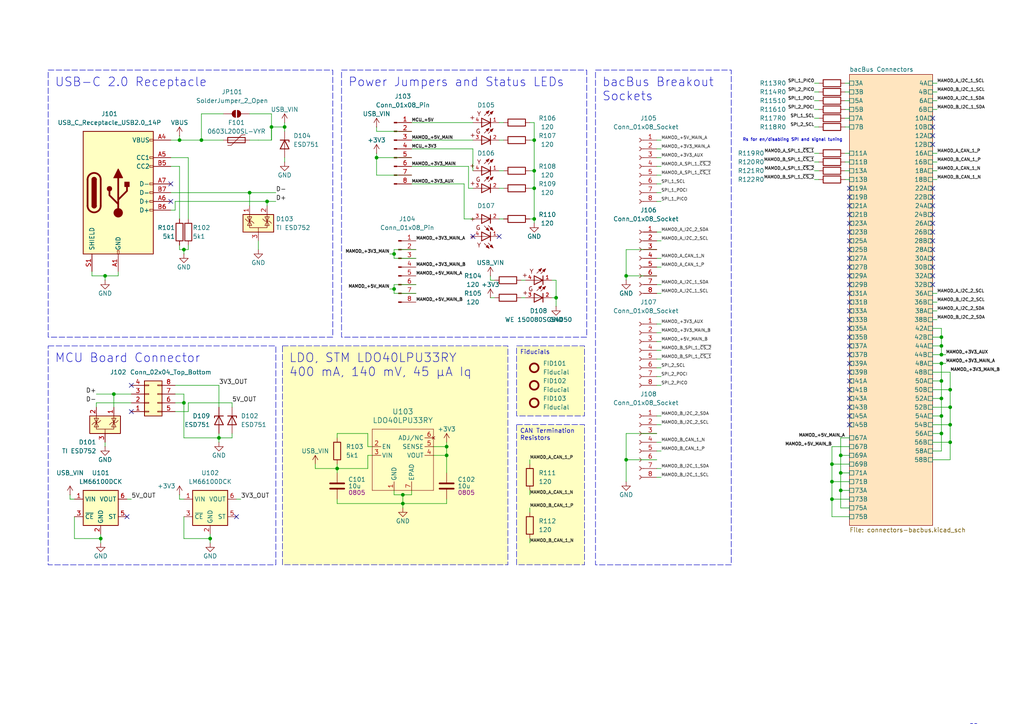
<source format=kicad_sch>
(kicad_sch (version 20231120) (generator "eeschema") (generator_version "8.0")
  (paper "A4")
  (title_block (title "bac MCU MicroMod Main Board USB Adapter v1") (date "2025-02-13") (rev "1") (company "Build a CubeSat") (comment 1 "Manuel Imboden") (comment 2 "CC BY-SA 4.0") (comment 3 "https://buildacubesat.space"))
  (junction (at 275.59 118.11))
  (junction (at 72.39 55.88))
  (junction (at 241.3 144.78))
  (junction (at 82.55 36.83))
  (junction (at 243.84 142.24))
  (junction (at 241.3 139.7))
  (junction (at 63.5 127))
  (junction (at 273.05 105.41))
  (junction (at 275.59 128.27))
  (junction (at 109.22 45.72))
  (junction (at 273.05 125.73))
  (junction (at 116.84 146.05))
  (junction (at 273.05 100.33))
  (junction (at 273.05 120.65))
  (junction (at 154.94 40.64))
  (junction (at 129.54 132.08))
  (junction (at 114.3 73.66))
  (junction (at 33.02 114.3))
  (junction (at 243.84 137.16))
  (junction (at 273.05 115.57))
  (junction (at 30.48 80.01))
  (junction (at 273.05 97.79))
  (junction (at 181.61 80.01))
  (junction (at 116.84 143.51))
  (junction (at 161.29 86.36))
  (junction (at 114.3 83.82))
  (junction (at 29.21 156.21))
  (junction (at 154.94 54.61))
  (junction (at 97.79 135.89))
  (junction (at 60.96 156.21))
  (junction (at 52.07 40.64))
  (junction (at 77.47 58.42))
  (junction (at 53.34 72.39))
  (junction (at 78.74 36.83))
  (junction (at 275.59 123.19))
  (junction (at 154.94 63.5))
  (junction (at 58.42 40.64))
  (junction (at 275.59 113.03))
  (junction (at 273.05 102.87))
  (junction (at 273.05 110.49))
  (junction (at 53.34 116.84))
  (junction (at 241.3 134.62))
  (junction (at 181.61 133.35))
  (junction (at 129.54 129.54))
  (junction (at 154.94 49.53))
  (junction (at 243.84 132.08))
  (no_connect (at 246.38 92.71))
  (no_connect (at 246.38 95.25))
  (no_connect (at 246.38 105.41))
  (no_connect (at 246.38 64.77))
  (no_connect (at 38.1 119.38))
  (no_connect (at 246.38 87.63))
  (no_connect (at 246.38 120.65))
  (no_connect (at 270.51 54.61))
  (no_connect (at 246.38 62.23))
  (no_connect (at 270.51 74.93))
  (no_connect (at 270.51 57.15))
  (no_connect (at 246.38 85.09))
  (no_connect (at 246.38 110.49))
  (no_connect (at 246.38 100.33))
  (no_connect (at 137.16 68.58))
  (no_connect (at 270.51 80.01))
  (no_connect (at 246.38 113.03))
  (no_connect (at 270.51 67.31))
  (no_connect (at 270.51 34.29))
  (no_connect (at 36.83 149.86))
  (no_connect (at 270.51 36.83))
  (no_connect (at 270.51 72.39))
  (no_connect (at 246.38 80.01))
  (no_connect (at 270.51 39.37))
  (no_connect (at 270.51 41.91))
  (no_connect (at 246.38 74.93))
  (no_connect (at 270.51 82.55))
  (no_connect (at 246.38 72.39))
  (no_connect (at 246.38 115.57))
  (no_connect (at 270.51 77.47))
  (no_connect (at 246.38 123.19))
  (no_connect (at 270.51 59.69))
  (no_connect (at 144.78 68.58))
  (no_connect (at 246.38 67.31))
  (no_connect (at 246.38 107.95))
  (no_connect (at 246.38 82.55))
  (no_connect (at 270.51 69.85))
  (no_connect (at 246.38 102.87))
  (no_connect (at 246.38 57.15))
  (no_connect (at 38.1 111.76))
  (no_connect (at 49.53 53.34))
  (no_connect (at 246.38 59.69))
  (no_connect (at 246.38 77.47))
  (no_connect (at 49.53 58.42))
  (no_connect (at 246.38 90.17))
  (no_connect (at 246.38 54.61))
  (no_connect (at 246.38 69.85))
  (no_connect (at 246.38 118.11))
  (no_connect (at 68.58 149.86))
  (no_connect (at 270.51 64.77))
  (no_connect (at 246.38 97.79))
  (no_connect (at 270.51 62.23))
  (wire (pts (xy 129.54 144.78) (xy 129.54 146.05)))
  (wire (pts (xy 270.51 95.25) (xy 273.05 95.25)))
  (wire (pts (xy 191.77 101.6) (xy 190.5 101.6)))
  (wire (pts (xy 161.29 81.28) (xy 161.29 86.36)))
  (wire (pts (xy 191.77 111.76) (xy 190.5 111.76)))
  (wire (pts (xy 119.38 50.8) (xy 109.22 50.8)))
  (wire (pts (xy 191.77 85.09) (xy 190.5 85.09)))
  (wire (pts (xy 245.11 26.67) (xy 246.38 26.67)))
  (wire (pts (xy 270.51 31.75) (xy 271.78 31.75)))
  (wire (pts (xy 151.13 86.36) (xy 152.4 86.36)))
  (wire (pts (xy 160.02 81.28) (xy 161.29 81.28)))
  (wire (pts (xy 241.3 139.7) (xy 241.3 144.78)))
  (wire (pts (xy 191.77 40.64) (xy 190.5 40.64)))
  (wire (pts (xy 49.53 48.26) (xy 52.07 48.26)))
  (wire (pts (xy 191.77 128.27) (xy 190.5 128.27)))
  (wire (pts (xy 191.77 123.19) (xy 190.5 123.19)))
  (wire (pts (xy 190.5 138.43) (xy 191.77 138.43)))
  (wire (pts (xy 134.62 63.5) (xy 137.16 63.5)))
  (wire (pts (xy 114.3 85.09) (xy 114.3 83.82)))
  (wire (pts (xy 69.85 144.78) (xy 68.58 144.78)))
  (wire (pts (xy 26.67 80.01) (xy 30.48 80.01)))
  (wire (pts (xy 275.59 118.11) (xy 275.59 123.19)))
  (wire (pts (xy 191.77 104.14) (xy 190.5 104.14)))
  (wire (pts (xy 91.44 134.62) (xy 91.44 135.89)))
  (wire (pts (xy 54.61 72.39) (xy 54.61 71.12)))
  (wire (pts (xy 270.51 44.45) (xy 271.78 44.45)))
  (wire (pts (xy 58.42 33.02) (xy 58.42 40.64)) (stroke (width 0.1524)))
  (wire (pts (xy 97.79 135.89) (xy 106.68 135.89)))
  (wire (pts (xy 34.29 80.01) (xy 34.29 78.74)))
  (wire (pts (xy 270.51 97.79) (xy 273.05 97.79)))
  (wire (pts (xy 270.51 52.07) (xy 271.78 52.07)))
  (wire (pts (xy 273.05 105.41) (xy 273.05 110.49)))
  (wire (pts (xy 153.67 40.64) (xy 154.94 40.64)))
  (wire (pts (xy 144.78 54.61) (xy 146.05 54.61)))
  (wire (pts (xy 26.67 78.74) (xy 26.67 80.01)))
  (wire (pts (xy 109.22 38.1) (xy 119.38 38.1)))
  (wire (pts (xy 245.11 46.99) (xy 246.38 46.99)))
  (wire (pts (xy 29.21 157.48) (xy 29.21 156.21)))
  (wire (pts (xy 191.77 96.52) (xy 190.5 96.52)))
  (wire (pts (xy 114.3 82.55) (xy 114.3 83.82)))
  (wire (pts (xy 63.5 111.76) (xy 50.8 111.76)))
  (wire (pts (xy 63.5 125.73) (xy 63.5 127)))
  (wire (pts (xy 114.3 143.51) (xy 116.84 143.51)))
  (wire (pts (xy 21.59 149.86) (xy 21.59 156.21)))
  (wire (pts (xy 245.11 44.45) (xy 246.38 44.45)))
  (wire (pts (xy 273.05 95.25) (xy 273.05 97.79)))
  (wire (pts (xy 129.54 132.08) (xy 129.54 137.16)))
  (wire (pts (xy 273.05 125.73) (xy 270.51 125.73)))
  (wire (pts (xy 30.48 80.01) (xy 30.48 81.28)))
  (wire (pts (xy 135.89 48.26) (xy 135.89 54.61)))
  (wire (pts (xy 241.3 149.86) (xy 246.38 149.86)))
  (wire (pts (xy 120.65 85.09) (xy 114.3 85.09)))
  (wire (pts (xy 21.59 156.21) (xy 29.21 156.21)))
  (wire (pts (xy 97.79 125.73) (xy 97.79 127)))
  (wire (pts (xy 60.96 156.21) (xy 60.96 154.94)))
  (wire (pts (xy 49.53 45.72) (xy 54.61 45.72)))
  (wire (pts (xy 134.62 53.34) (xy 134.62 63.5)))
  (wire (pts (xy 33.02 114.3) (xy 38.1 114.3)))
  (wire (pts (xy 153.67 54.61) (xy 154.94 54.61)))
  (wire (pts (xy 120.65 74.93) (xy 114.3 74.93)))
  (wire (pts (xy 119.38 143.51) (xy 119.38 142.24)))
  (wire (pts (xy 241.3 144.78) (xy 241.3 149.86)))
  (wire (pts (xy 52.07 40.64) (xy 58.42 40.64)) (stroke (width 0.1524)))
  (wire (pts (xy 270.51 105.41) (xy 273.05 105.41)))
  (wire (pts (xy 30.48 80.01) (xy 34.29 80.01)))
  (wire (pts (xy 245.11 34.29) (xy 246.38 34.29)))
  (wire (pts (xy 27.94 114.3) (xy 33.02 114.3)))
  (wire (pts (xy 190.5 133.35) (xy 181.61 133.35)))
  (wire (pts (xy 78.74 36.83) (xy 78.74 40.64)) (stroke (width 0.1524)))
  (wire (pts (xy 273.05 102.87) (xy 270.51 102.87)))
  (wire (pts (xy 106.68 132.08) (xy 106.68 135.89)))
  (wire (pts (xy 114.3 143.51) (xy 114.3 142.24)))
  (wire (pts (xy 82.55 35.56) (xy 82.55 36.83)) (stroke (width 0.1524)))
  (wire (pts (xy 60.96 157.48) (xy 60.96 156.21)))
  (wire (pts (xy 275.59 123.19) (xy 270.51 123.19)))
  (wire (pts (xy 245.11 52.07) (xy 246.38 52.07)))
  (wire (pts (xy 236.22 36.83) (xy 237.49 36.83)))
  (wire (pts (xy 181.61 125.73) (xy 181.61 133.35)))
  (wire (pts (xy 270.51 29.21) (xy 271.78 29.21)))
  (wire (pts (xy 144.78 35.56) (xy 146.05 35.56)))
  (wire (pts (xy 236.22 26.67) (xy 237.49 26.67)))
  (wire (pts (xy 243.84 132.08) (xy 246.38 132.08)))
  (wire (pts (xy 245.11 49.53) (xy 246.38 49.53)))
  (wire (pts (xy 53.34 149.86) (xy 53.34 156.21)))
  (wire (pts (xy 153.67 49.53) (xy 154.94 49.53)))
  (wire (pts (xy 154.94 54.61) (xy 154.94 63.5)))
  (wire (pts (xy 77.47 59.69) (xy 77.47 58.42)) (stroke (width 0.1524)))
  (wire (pts (xy 119.38 40.64) (xy 137.16 40.64)))
  (wire (pts (xy 109.22 45.72) (xy 119.38 45.72)))
  (wire (pts (xy 275.59 113.03) (xy 275.59 118.11)))
  (wire (pts (xy 191.77 45.72) (xy 190.5 45.72)))
  (wire (pts (xy 241.3 144.78) (xy 246.38 144.78)))
  (wire (pts (xy 161.29 86.36) (xy 161.29 88.9)))
  (wire (pts (xy 190.5 125.73) (xy 181.61 125.73)))
  (wire (pts (xy 191.77 106.68) (xy 190.5 106.68)))
  (wire (pts (xy 270.51 100.33) (xy 273.05 100.33)))
  (wire (pts (xy 273.05 97.79) (xy 273.05 100.33)))
  (wire (pts (xy 270.51 46.99) (xy 271.78 46.99)))
  (wire (pts (xy 243.84 137.16) (xy 243.84 142.24)))
  (wire (pts (xy 275.59 123.19) (xy 275.59 128.27)))
  (wire (pts (xy 78.74 33.02) (xy 78.74 36.83)))
  (wire (pts (xy 58.42 40.64) (xy 64.77 40.64)) (stroke (width 0.1524)))
  (wire (pts (xy 153.67 63.5) (xy 154.94 63.5)))
  (wire (pts (xy 153.67 143.51) (xy 153.67 142.24)))
  (wire (pts (xy 191.77 58.42) (xy 190.5 58.42)))
  (wire (pts (xy 82.55 45.72) (xy 82.55 46.99)))
  (wire (pts (xy 82.55 36.83) (xy 78.74 36.83)) (stroke (width 0.1524)))
  (wire (pts (xy 191.77 74.93) (xy 190.5 74.93)))
  (wire (pts (xy 129.54 129.54) (xy 129.54 132.08)))
  (wire (pts (xy 52.07 39.37) (xy 52.07 40.64)) (stroke (width 0.1524)))
  (wire (pts (xy 52.07 144.78) (xy 53.34 144.78)))
  (wire (pts (xy 142.24 80.01) (xy 142.24 81.28)))
  (wire (pts (xy 129.54 128.27) (xy 129.54 129.54)))
  (wire (pts (xy 50.8 114.3) (xy 53.34 114.3)))
  (wire (pts (xy 273.05 130.81) (xy 270.51 130.81)))
  (wire (pts (xy 243.84 137.16) (xy 246.38 137.16)))
  (wire (pts (xy 236.22 49.53) (xy 237.49 49.53)))
  (wire (pts (xy 52.07 48.26) (xy 52.07 63.5)))
  (wire (pts (xy 116.84 146.05) (xy 116.84 143.51)))
  (wire (pts (xy 49.53 55.88) (xy 72.39 55.88)))
  (wire (pts (xy 153.67 147.32) (xy 153.67 148.59)))
  (wire (pts (xy 273.05 125.73) (xy 273.05 130.81)))
  (wire (pts (xy 241.3 134.62) (xy 246.38 134.62)))
  (wire (pts (xy 49.53 40.64) (xy 52.07 40.64)) (stroke (width 0.1524)))
  (wire (pts (xy 116.84 143.51) (xy 119.38 143.51)))
  (wire (pts (xy 243.84 142.24) (xy 243.84 147.32)))
  (wire (pts (xy 191.77 53.34) (xy 190.5 53.34)))
  (wire (pts (xy 58.42 33.02) (xy 64.77 33.02)) (stroke (width 0.1524)))
  (wire (pts (xy 142.24 86.36) (xy 143.51 86.36)))
  (wire (pts (xy 53.34 72.39) (xy 53.34 73.66)))
  (wire (pts (xy 245.11 29.21) (xy 246.38 29.21)))
  (wire (pts (xy 72.39 59.69) (xy 72.39 55.88)) (stroke (width 0.1524)))
  (wire (pts (xy 191.77 77.47) (xy 190.5 77.47)))
  (wire (pts (xy 144.78 63.5) (xy 146.05 63.5)))
  (wire (pts (xy 144.78 40.64) (xy 146.05 40.64)))
  (wire (pts (xy 29.21 156.21) (xy 29.21 154.94)))
  (wire (pts (xy 273.05 120.65) (xy 270.51 120.65)))
  (wire (pts (xy 53.34 127) (xy 63.5 127)))
  (wire (pts (xy 63.5 111.76) (xy 63.5 118.11)))
  (wire (pts (xy 275.59 107.95) (xy 270.51 107.95)))
  (wire (pts (xy 74.93 69.85) (xy 74.93 72.39)) (stroke (width 0.1524)))
  (wire (pts (xy 53.34 114.3) (xy 53.34 116.84)))
  (wire (pts (xy 54.61 116.84) (xy 67.31 116.84)))
  (wire (pts (xy 275.59 113.03) (xy 270.51 113.03)))
  (wire (pts (xy 72.39 33.02) (xy 78.74 33.02)))
  (wire (pts (xy 153.67 35.56) (xy 154.94 35.56)))
  (wire (pts (xy 27.94 116.84) (xy 27.94 118.11)))
  (wire (pts (xy 160.02 86.36) (xy 161.29 86.36)))
  (wire (pts (xy 120.65 72.39) (xy 114.3 72.39)))
  (wire (pts (xy 273.05 115.57) (xy 270.51 115.57)))
  (wire (pts (xy 52.07 71.12) (xy 52.07 72.39)))
  (wire (pts (xy 120.65 82.55) (xy 114.3 82.55)))
  (wire (pts (xy 119.38 43.18) (xy 137.16 43.18)))
  (wire (pts (xy 50.8 119.38) (xy 54.61 119.38)))
  (wire (pts (xy 191.77 135.89) (xy 190.5 135.89)))
  (wire (pts (xy 109.22 50.8) (xy 109.22 45.72)))
  (wire (pts (xy 154.94 40.64) (xy 154.94 49.53)))
  (wire (pts (xy 191.77 43.18) (xy 190.5 43.18)))
  (wire (pts (xy 236.22 34.29) (xy 237.49 34.29)))
  (wire (pts (xy 273.05 110.49) (xy 273.05 115.57)))
  (wire (pts (xy 63.5 128.27) (xy 63.5 127)))
  (wire (pts (xy 190.5 72.39) (xy 181.61 72.39)))
  (wire (pts (xy 191.77 55.88) (xy 190.5 55.88)))
  (wire (pts (xy 191.77 48.26) (xy 190.5 48.26)))
  (wire (pts (xy 97.79 146.05) (xy 97.79 144.78)))
  (wire (pts (xy 97.79 134.62) (xy 97.79 135.89)))
  (wire (pts (xy 191.77 67.31) (xy 190.5 67.31)))
  (wire (pts (xy 154.94 49.53) (xy 154.94 54.61)))
  (wire (pts (xy 113.03 83.82) (xy 114.3 83.82)))
  (wire (pts (xy 270.51 24.13) (xy 271.78 24.13)))
  (wire (pts (xy 33.02 114.3) (xy 33.02 118.11)))
  (wire (pts (xy 236.22 24.13) (xy 237.49 24.13)))
  (wire (pts (xy 273.05 100.33) (xy 273.05 102.87)))
  (wire (pts (xy 270.51 85.09) (xy 271.78 85.09)))
  (wire (pts (xy 38.1 144.78) (xy 36.83 144.78)))
  (wire (pts (xy 153.67 157.48) (xy 153.67 156.21)))
  (wire (pts (xy 63.5 127) (xy 67.31 127)))
  (wire (pts (xy 241.3 129.54) (xy 246.38 129.54)))
  (wire (pts (xy 50.8 58.42) (xy 50.8 60.96)))
  (wire (pts (xy 91.44 135.89) (xy 97.79 135.89)))
  (wire (pts (xy 113.03 73.66) (xy 114.3 73.66)))
  (wire (pts (xy 243.84 142.24) (xy 246.38 142.24)))
  (wire (pts (xy 119.38 35.56) (xy 137.16 35.56)))
  (wire (pts (xy 119.38 48.26) (xy 135.89 48.26)))
  (wire (pts (xy 116.84 146.05) (xy 129.54 146.05)))
  (wire (pts (xy 78.74 36.83) (xy 78.74 40.64)))
  (wire (pts (xy 275.59 133.35) (xy 270.51 133.35)))
  (wire (pts (xy 241.3 129.54) (xy 241.3 134.62)))
  (wire (pts (xy 191.77 69.85) (xy 190.5 69.85)))
  (wire (pts (xy 241.3 139.7) (xy 246.38 139.7)))
  (wire (pts (xy 151.13 81.28) (xy 152.4 81.28)))
  (wire (pts (xy 236.22 46.99) (xy 237.49 46.99)))
  (wire (pts (xy 275.59 118.11) (xy 270.51 118.11)))
  (wire (pts (xy 154.94 35.56) (xy 154.94 40.64)))
  (wire (pts (xy 273.05 110.49) (xy 270.51 110.49)))
  (wire (pts (xy 191.77 109.22) (xy 190.5 109.22)))
  (wire (pts (xy 50.8 58.42) (xy 77.47 58.42)) (stroke (width 0.1524)))
  (wire (pts (xy 245.11 36.83) (xy 246.38 36.83)))
  (wire (pts (xy 97.79 137.16) (xy 97.79 135.89)))
  (wire (pts (xy 72.39 40.64) (xy 74.93 40.64)))
  (wire (pts (xy 27.94 116.84) (xy 38.1 116.84)))
  (wire (pts (xy 67.31 116.84) (xy 67.31 118.11)))
  (wire (pts (xy 243.84 127) (xy 246.38 127)))
  (wire (pts (xy 273.05 115.57) (xy 273.05 120.65)))
  (wire (pts (xy 52.07 143.51) (xy 52.07 144.78)))
  (wire (pts (xy 275.59 107.95) (xy 275.59 113.03)))
  (wire (pts (xy 82.55 36.83) (xy 82.55 38.1)))
  (wire (pts (xy 125.73 129.54) (xy 129.54 129.54)))
  (wire (pts (xy 53.34 156.21) (xy 60.96 156.21)))
  (wire (pts (xy 20.32 144.78) (xy 21.59 144.78)))
  (wire (pts (xy 49.53 60.96) (xy 50.8 60.96)))
  (wire (pts (xy 181.61 72.39) (xy 181.61 80.01)))
  (wire (pts (xy 181.61 80.01) (xy 181.61 81.28)))
  (wire (pts (xy 106.68 125.73) (xy 106.68 129.54)))
  (wire (pts (xy 50.8 116.84) (xy 53.34 116.84)))
  (wire (pts (xy 109.22 36.83) (xy 109.22 38.1)))
  (wire (pts (xy 243.84 132.08) (xy 243.84 137.16)))
  (wire (pts (xy 190.5 120.65) (xy 191.77 120.65)))
  (wire (pts (xy 245.11 24.13) (xy 246.38 24.13)))
  (wire (pts (xy 274.32 102.87) (xy 273.05 102.87)))
  (wire (pts (xy 119.38 53.34) (xy 134.62 53.34)))
  (wire (pts (xy 114.3 72.39) (xy 114.3 73.66)))
  (wire (pts (xy 107.95 132.08) (xy 106.68 132.08)))
  (wire (pts (xy 181.61 80.01) (xy 190.5 80.01)))
  (wire (pts (xy 236.22 29.21) (xy 237.49 29.21)))
  (wire (pts (xy 270.51 49.53) (xy 271.78 49.53)))
  (wire (pts (xy 106.68 129.54) (xy 107.95 129.54)))
  (wire (pts (xy 236.22 52.07) (xy 237.49 52.07)))
  (wire (pts (xy 114.3 74.93) (xy 114.3 73.66)))
  (wire (pts (xy 275.59 128.27) (xy 270.51 128.27)))
  (wire (pts (xy 53.34 72.39) (xy 54.61 72.39)))
  (wire (pts (xy 181.61 133.35) (xy 181.61 139.7)))
  (wire (pts (xy 271.78 87.63) (xy 270.51 87.63)))
  (wire (pts (xy 135.89 54.61) (xy 137.16 54.61)))
  (wire (pts (xy 97.79 125.73) (xy 106.68 125.73)))
  (wire (pts (xy 245.11 31.75) (xy 246.38 31.75)))
  (wire (pts (xy 191.77 130.81) (xy 190.5 130.81)))
  (wire (pts (xy 243.84 147.32) (xy 246.38 147.32)))
  (wire (pts (xy 72.39 55.88) (xy 80.01 55.88)) (stroke (width 0.1524)))
  (wire (pts (xy 241.3 134.62) (xy 241.3 139.7)))
  (wire (pts (xy 109.22 44.45) (xy 109.22 45.72)))
  (wire (pts (xy 142.24 81.28) (xy 143.51 81.28)))
  (wire (pts (xy 30.48 128.27) (xy 30.48 129.54)))
  (wire (pts (xy 53.34 116.84) (xy 53.34 127)))
  (wire (pts (xy 154.94 63.5) (xy 154.94 64.77)))
  (wire (pts (xy 97.79 146.05) (xy 116.84 146.05)))
  (wire (pts (xy 236.22 31.75) (xy 237.49 31.75)))
  (wire (pts (xy 191.77 99.06) (xy 190.5 99.06)))
  (wire (pts (xy 191.77 82.55) (xy 190.5 82.55)))
  (wire (pts (xy 153.67 133.35) (xy 153.67 134.62)))
  (wire (pts (xy 270.51 26.67) (xy 271.78 26.67)))
  (wire (pts (xy 77.47 58.42) (xy 80.01 58.42)) (stroke (width 0.1524)))
  (wire (pts (xy 137.16 43.18) (xy 137.16 49.53)))
  (wire (pts (xy 144.78 49.53) (xy 146.05 49.53)))
  (wire (pts (xy 20.32 143.51) (xy 20.32 144.78)))
  (wire (pts (xy 191.77 50.8) (xy 190.5 50.8)))
  (wire (pts (xy 52.07 72.39) (xy 53.34 72.39)))
  (wire (pts (xy 74.93 40.64) (xy 78.74 40.64)) (stroke (width 0.1524)))
  (wire (pts (xy 116.84 147.32) (xy 116.84 146.05)))
  (wire (pts (xy 54.61 45.72) (xy 54.61 63.5)))
  (wire (pts (xy 243.84 127) (xy 243.84 132.08)))
  (wire (pts (xy 125.73 132.08) (xy 129.54 132.08)))
  (wire (pts (xy 271.78 92.71) (xy 270.51 92.71)))
  (wire (pts (xy 67.31 127) (xy 67.31 125.73)))
  (wire (pts (xy 275.59 128.27) (xy 275.59 133.35)))
  (wire (pts (xy 236.22 44.45) (xy 237.49 44.45)))
  (wire (pts (xy 273.05 120.65) (xy 273.05 125.73)))
  (wire (pts (xy 54.61 119.38) (xy 54.61 116.84)))
  (wire (pts (xy 191.77 93.98) (xy 190.5 93.98)))
  (wire (pts (xy 274.32 105.41) (xy 273.05 105.41)))
  (wire (pts (xy 271.78 90.17) (xy 270.51 90.17)))
  (text_box "USB-C 2.0 Receptacle" (at 13.97 20.32 0) (size 82.55 77.47) (stroke (width 0) (type dash)) (effects (font (size 2.54 2.54)) (justify left top)))
  (text_box "LDO, STM LDO40LPU33RY\n400 mA, 140 mV, 45 μA Iq" (at 81.915 100.33 0) (size 65.405 63.5) (stroke (width 0) (type dash)) (fill (type color) (color 255 255 194 1)) (effects (font (size 2.54 2.54)) (justify left top)))
  (text_box "MCU Board Connector" (at 13.97 100.33 0) (size 66.04 63.5) (stroke (width 0) (type dash)) (effects (font (size 2.54 2.54)) (justify left top)))
  (text_box "bacBus Breakout Sockets" (at 172.72 20.32 0) (size 39.37 143.51) (stroke (width 0) (type dash)) (effects (font (size 2.54 2.54)) (justify left top)))
  (text_box "Fiducials" (at 149.86 100.33 0) (size 19.685 20.32) (stroke (width 0) (type dash)) (fill (type color) (color 255 255 194 1)) (effects (font (size 1.27 1.27)) (justify left top)))
  (text_box "Power Jumpers and Status LEDs" (at 99.06 20.32 0) (size 71.12 77.47) (stroke (width 0) (type dash)) (effects (font (size 2.54 2.54)) (justify left top)))
  (text_box "CAN Termination Resistors" (at 149.86 123.19 0) (size 19.685 40.64) (stroke (width 0) (type dash)) (fill (type color) (color 255 255 194 1)) (effects (font (size 1.27 1.27)) (justify left top)))
  (text "Rs for en/disabling SPI and signal tuning" (at 229.87 40.64 0) (effects (font (size 0.889 0.889))))
  (text "v22" (at 281.94 210.82 0) (effects (font (size 1.27 1.27))))
  (label "MAMOD_A_SPI_1_~{CS_1}" (at 191.77 50.8 0) (effects (font (size 0.889 0.889) (thickness 0.1111))))
  (label "MAMOD_A_I2C_2_SDA" (at 271.78 90.17 0) (effects (font (size 0.889 0.889))))
  (label "MCU_+5V" (at 119.38 35.56 0) (effects (font (size 0.889 0.889) (bold yes))))
  (label "SPI_2_SCL" (at 191.77 106.68 0) (effects (font (size 0.889 0.889) (thickness 0.1111))))
  (label "MAMOD_+5V_MAIN" (at 119.38 40.64 0) (effects (font (size 0.889 0.889) (bold yes))))
  (label "MAMOD_A_CAN_1_P" (at 153.67 133.35 0) (effects (font (size 0.889 0.889))))
  (label "MAMOD_B_SPI_1_~{CS_2}" (at 191.77 101.6 0) (effects (font (size 0.889 0.889) (thickness 0.1111))))
  (label "MAMOD_+5V_MAIN_B" (at 191.77 99.06 0) (effects (font (size 0.889 0.889) (thickness 0.1111))))
  (label "MAMOD_A_I2C_2_SDA" (at 191.77 67.31 0) (effects (font (size 0.889 0.889) (thickness 0.1111))))
  (label "MAMOD_+5V_MAIN_B" (at 120.65 87.63 0) (effects (font (size 0.889 0.889) (bold yes))))
  (label "MAMOD_+3V3_MAIN" (at 119.38 48.26 0) (effects (font (size 0.889 0.889) (bold yes))))
  (label "MAMOD_A_SPI_1_~{CS_2}" (at 236.22 49.53 180) (effects (font (size 0.889 0.889))))
  (label "MAMOD_+5V_MAIN_B" (at 241.3 129.54 180) (effects (font (size 0.889 0.889) (bold yes))))
  (label "5V_OUT" (at 67.31 116.84 0))
  (label "MAMOD_+3V3_AUX" (at 191.77 45.72 0) (effects (font (size 0.889 0.889) (thickness 0.1111))))
  (label "MAMOD_+5V_MAIN_A" (at 120.65 80.01 0) (effects (font (size 0.889 0.889) (bold yes))))
  (label "MAMOD_A_CAN_1_N" (at 271.78 49.53 0) (effects (font (size 0.889 0.889))))
  (label "SPI_2_PICO" (at 191.77 111.76 0) (effects (font (size 0.889 0.889) (thickness 0.1111))))
  (label "3V3_OUT" (at 69.85 144.78 0))
  (label "MAMOD_+3V3_AUX" (at 119.38 53.34 0) (effects (font (size 0.889 0.889) (bold yes))))
  (label "D-" (at 80.01 55.88 0))
  (label "SPI_1_POCI" (at 191.77 55.88 0) (effects (font (size 0.889 0.889) (thickness 0.1111))))
  (label "MAMOD_A_I2C_2_SCL" (at 191.77 69.85 0) (effects (font (size 0.889 0.889) (thickness 0.1111))))
  (label "MAMOD_A_SPI_1_~{CS_1}" (at 236.22 44.45 180) (effects (font (size 0.889 0.889))))
  (label "MAMOD_A_I2C_1_SCL" (at 191.77 85.09 0) (effects (font (size 0.889 0.889) (thickness 0.1111))))
  (label "MAMOD_A_I2C_2_SCL" (at 271.78 85.09 0) (effects (font (size 0.889 0.889))))
  (label "MAMOD_+3V3_MAIN" (at 113.03 73.66 180) (effects (font (size 0.889 0.889) (bold yes))))
  (label "SPI_1_SCL" (at 191.77 53.34 0) (effects (font (size 0.889 0.889) (thickness 0.1111))))
  (label "MAMOD_A_SPI_1_~{CS_2}" (at 191.77 48.26 0) (effects (font (size 0.889 0.889) (thickness 0.1111))))
  (label "MAMOD_B_I2C_2_SCL" (at 271.78 87.63 0) (effects (font (size 0.889 0.889))))
  (label "MAMOD_B_I2C_2_SCL" (at 191.77 123.19 0) (effects (font (size 0.889 0.889) (thickness 0.1111))))
  (label "MAMOD_+3V3_AUX" (at 274.32 102.87 0) (effects (font (size 0.889 0.889) (bold yes))))
  (label "MAMOD_B_CAN_1_N" (at 271.78 52.07 0) (effects (font (size 0.889 0.889))))
  (label "MAMOD_+5V_MAIN_A" (at 245.11 127 180) (effects (font (size 0.889 0.889) (bold yes))))
  (label "SPI_1_SCL" (at 236.22 34.29 180) (effects (font (size 0.889 0.889))))
  (label "MAMOD_B_I2C_1_SCL" (at 271.78 26.67 0) (effects (font (size 0.889 0.889))))
  (label "MAMOD_A_I2C_1_SDA" (at 271.78 29.21 0) (effects (font (size 0.889 0.889))))
  (label "MAMOD_A_CAN_1_P" (at 191.77 77.47 0) (effects (font (size 0.889 0.889) (thickness 0.1111))))
  (label "MAMOD_+3V3_MAIN_A" (at 191.77 43.18 0) (effects (font (size 0.889 0.889) (thickness 0.1111))))
  (label "MAMOD_B_CAN_1_P" (at 271.78 46.99 0) (effects (font (size 0.889 0.889))))
  (label "SPI_2_POCI" (at 236.22 31.75 180) (effects (font (size 0.889 0.889))))
  (label "MAMOD_+5V_MAIN" (at 113.03 83.82 180) (effects (font (size 0.889 0.889) (bold yes))))
  (label "SPI_2_PICO" (at 236.22 26.67 180) (effects (font (size 0.889 0.889))))
  (label "MAMOD_B_I2C_2_SDA" (at 191.77 120.65 0) (effects (font (size 0.889 0.889) (thickness 0.1111))))
  (label "3V3_OUT" (at 63.5 111.76 0))
  (label "MAMOD_+3V3_MAIN_A" (at 120.65 69.85 0) (effects (font (size 0.889 0.889) (bold yes))))
  (label "MAMOD_+3V3_AUX" (at 191.77 93.98 0) (effects (font (size 0.889 0.889) (thickness 0.1111))))
  (label "D+" (at 27.94 114.3 180))
  (label "SPI_1_PICO" (at 191.77 58.42 0) (effects (font (size 0.889 0.889) (thickness 0.1111))))
  (label "MCU_+3V3" (at 119.38 43.18 0) (effects (font (size 0.889 0.889) (bold yes))))
  (label "MAMOD_A_I2C_1_SDA" (at 191.77 82.55 0) (effects (font (size 0.889 0.889) (thickness 0.1111))))
  (label "MAMOD_B_I2C_1_SCL" (at 191.77 138.43 0) (effects (font (size 0.889 0.889) (thickness 0.1111))))
  (label "MAMOD_A_CAN_1_N" (at 191.77 74.93 0) (effects (font (size 0.889 0.889) (thickness 0.1111))))
  (label "MAMOD_B_SPI_1_~{CS_1}" (at 191.77 104.14 0) (effects (font (size 0.889 0.889) (thickness 0.1111))))
  (label "5V_OUT" (at 38.1 144.78 0))
  (label "MAMOD_B_CAN_1_N" (at 153.67 157.48 0) (effects (font (size 0.889 0.889))))
  (label "D+" (at 80.01 58.42 0))
  (label "MAMOD_B_I2C_1_SDA" (at 191.77 135.89 0) (effects (font (size 0.889 0.889) (thickness 0.1111))))
  (label "D-" (at 27.94 116.84 180))
  (label "MAMOD_+3V3_MAIN_B" (at 275.59 107.95 0) (effects (font (size 0.889 0.889) (bold yes))))
  (label "MAMOD_B_SPI_1_~{CS_2}" (at 236.22 52.07 180) (effects (font (size 0.889 0.889))))
  (label "MAMOD_B_SPI_1_~{CS_1}" (at 236.22 46.99 180) (effects (font (size 0.889 0.889))))
  (label "MAMOD_A_I2C_1_SCL" (at 271.78 24.13 0) (effects (font (size 0.889 0.889))))
  (label "MAMOD_B_I2C_1_SDA" (at 271.78 31.75 0) (effects (font (size 0.889 0.889))))
  (label "MAMOD_+3V3_MAIN_B" (at 191.77 96.52 0) (effects (font (size 0.889 0.889) (thickness 0.1111))))
  (label "SPI_2_SCL" (at 236.22 36.83 180) (effects (font (size 0.889 0.889))))
  (label "MAMOD_+3V3_MAIN_A" (at 274.32 105.41 0) (effects (font (size 0.889 0.889) (bold yes))))
  (label "MAMOD_B_I2C_2_SDA" (at 271.78 92.71 0) (effects (font (size 0.889 0.889))))
  (label "MAMOD_B_CAN_1_N" (at 191.77 128.27 0) (effects (font (size 0.889 0.889) (thickness 0.1111))))
  (label "MAMOD_B_CAN_1_P" (at 153.67 147.32 0) (effects (font (size 0.889 0.889))))
  (label "MAMOD_A_CAN_1_P" (at 271.78 44.45 0) (effects (font (size 0.889 0.889))))
  (label "MAMOD_+3V3_MAIN_B" (at 120.65 77.47 0) (effects (font (size 0.889 0.889) (bold yes))))
  (label "SPI_2_POCI" (at 191.77 109.22 0) (effects (font (size 0.889 0.889) (thickness 0.1111))))
  (label "MAMOD_B_CAN_1_P" (at 191.77 130.81 0) (effects (font (size 0.889 0.889) (thickness 0.1111))))
  (label "MAMOD_+5V_MAIN_A" (at 191.77 40.64 0) (effects (font (size 0.889 0.889) (thickness 0.1111))))
  (label "SPI_1_PICO" (at 236.22 24.13 180) (effects (font (size 0.889 0.889))))
  (label "SPI_1_POCI" (at 236.22 29.21 180) (effects (font (size 0.889 0.889))))
  (label "MAMOD_A_CAN_1_N" (at 153.67 143.51 0) (effects (font (size 0.889 0.889))))
  (symbol (lib_id "Connector_Generic:Conn_02x04_Top_Bottom") (at 43.18 116.84 0) (mirror x) (unit 1)
    (property "Reference" "J102" (at 34.29 107.95 0))
    (property "Value" "Conn_02x04_Top_Bottom" (at 49.53 107.95 0))
    (property "Footprint" "bac MicroMod Main Board v1:bac-KYO-00-9159-BTB-MCU" (effects (hide yes)))
    (property "Description" "Generic connector, double row, 02x04, top/bottom pin numbering scheme (row 1: 1...pins_per_row, row2: pins_per_row+1 ... num_pins), script generated (kicad-library-utils/schlib/autogen/connector/)" (effects (hide yes)))
  )
  (symbol (lib_id "power:+3.3V") (at 82.55 35.56 0) (unit 1)
    (property "Reference" "#PWR0112" (effects (hide yes)))
    (property "Value" "USB_VIN" (at 82.55 31.75 0))
    (property "Description" "Power symbol creates a global label with name \"+3.3V\"" (effects (hide yes)))
  )
  (symbol (lib_id "Device:R") (at 241.3 44.45 90) (unit 1)
    (property "Reference" "R119" (at 216.535 44.45 90))
    (property "Value" "R0" (at 220.345 44.45 90))
    (property "Footprint" "Resistor_SMD:R_0603_1608Metric" (effects (hide yes)))
    (property "Description" "Resistor" (effects (hide yes)))
  )
  (symbol (lib_id "Device:R") (at 149.86 40.64 90) (mirror x) (unit 1)
    (property "Reference" "R107" (at 158.75 39.37 90))
    (property "Value" "120" (at 158.75 41.91 90))
    (property "Footprint" "Resistor_SMD:R_0603_1608Metric" (effects (hide yes)))
    (property "Description" "Resistor" (effects (hide yes)))
  )
  (symbol (lib_id "Mechanical:Fiducial") (at 154.94 111.76 0) (unit 1) (exclude_from_sim yes) (in_bom no)
    (property "Reference" "FID102" (at 157.48 110.49 0) (effects (justify left)))
    (property "Value" "Fiducial" (at 157.48 113.03 0) (effects (justify left)))
    (property "Footprint" "Fiducial:Fiducial_1mm_Mask2mm" (effects (hide yes)))
    (property "Description" "Fiducial Marker" (effects (hide yes)))
  )
  (symbol (lib_id "power:+3.3V") (at 109.22 44.45 0) (unit 1)
    (property "Reference" "#PWR0116" (effects (hide yes)))
    (property "Value" "+3V3" (at 109.22 40.64 0))
    (property "Description" "Power symbol creates a global label with name \"+3.3V\"" (effects (hide yes)))
  )
  (symbol (lib_id "Power_Management:LM66100DCK") (at 29.21 147.32 0) (unit 1)
    (property "Reference" "U101" (at 29.21 137.16 0))
    (property "Value" "LM66100DCK" (at 29.21 139.7 0))
    (property "Footprint" "Package_TO_SOT_SMD:SOT-363_SC-70-6" (effects (hide yes)))
    (property "Datasheet" "https://www.ti.com/lit/ds/symlink/lm66100.pdf" (effects (hide yes)))
    (property "Description" "Ideal Diode With Input Polarity Protection 1.5 - 5.5V  Input Voltage, 1.5A Output Current, Ron 141 mOhm, SC-70-6" (effects (hide yes)))
  )
  (symbol (lib_id "Device:R") (at 149.86 49.53 90) (mirror x) (unit 1)
    (property "Reference" "R108" (at 158.75 48.26 90))
    (property "Value" "120" (at 158.75 50.8 90))
    (property "Footprint" "Resistor_SMD:R_0603_1608Metric" (effects (hide yes)))
    (property "Description" "Resistor" (effects (hide yes)))
  )
  (symbol (lib_id "power:GND") (at 30.48 81.28 0) (unit 1)
    (property "Reference" "#PWR0103" (effects (hide yes)))
    (property "Value" "GND" (at 30.48 85.09 0))
    (property "Description" "Power symbol creates a global label with name \"GND\" , ground" (effects (hide yes)))
  )
  (symbol (lib_id "Connector:USB_C_Receptacle_USB2.0_14P") (at 34.29 55.88 0) (unit 1)
    (property "Reference" "J101" (at 31.75 33.02 0))
    (property "Value" "USB_C_Receptacle_USB2.0_14P" (at 31.75 35.56 0))
    (property "Footprint" "bac MicroMod Main Board v1:JAE-DX07S016JA1R1500" (effects (hide yes)))
    (property "Datasheet" "https://www.usb.org/sites/default/files/documents/usb_type-c.zip" (effects (hide yes)))
    (property "Description" "USB 2.0-only 14P Type-C Receptacle connector" (effects (hide yes)))
  )
  (symbol (lib_id "Device:R") (at 147.32 81.28 90) (unit 1)
    (property "Reference" "R104" (at 137.16 80.01 90))
    (property "Value" "120" (at 137.16 82.55 90))
    (property "Footprint" "Resistor_SMD:R_0603_1608Metric" (effects (hide yes)))
    (property "Description" "Resistor" (effects (hide yes)))
  )
  (symbol (lib_id "Device:R") (at 147.32 86.36 90) (unit 1)
    (property "Reference" "R105" (at 137.16 85.09 90))
    (property "Value" "120" (at 137.16 87.63 90))
    (property "Footprint" "Resistor_SMD:R_0603_1608Metric" (effects (hide yes)))
    (property "Description" "Resistor" (effects (hide yes)))
  )
  (symbol (lib_id "Connector:Conn_01x08_Socket") (at 185.42 48.26 0) (mirror y) (unit 1)
    (property "Reference" "J105" (at 190.5 34.29 0) (effects (justify left)))
    (property "Value" "Conn_01x08_Socket" (at 196.85 36.83 0) (effects (justify left)))
    (property "Footprint" "Connector_PinSocket_2.54mm:PinSocket_1x08_P2.54mm_Vertical" (effects (hide yes)))
    (property "Description" "Generic connector, single row, 01x08, script generated" (effects (hide yes)))
  )
  (symbol (lib_id "bac MicroMod Main Board v1:TI ESD751") (at 82.55 41.91 270) (unit 1)
    (property "Reference" "D104" (at 85.09 39.37 90) (effects (justify left)))
    (property "Value" "ESD751" (at 85.09 41.91 90) (effects (justify left)))
    (property "Footprint" "Diode_SMD:D_0603_1608Metric" (effects (hide yes)))
    (property "Datasheet" "https://www.ti.com/lit/ds/symlink/esd751.pdf" (effects (hide yes)))
    (property "Description" "36.5V (Typ) Clamp 2.8A (8/20µs) Ipp Tvs Diode Surface Mount SOT-5X3" (effects (hide yes)))
  )
  (symbol (lib_id "power:GND") (at 74.93 72.39 0) (unit 1)
    (property "Reference" "#PWR0111" (effects (hide yes)))
    (property "Value" "GND" (at 74.93 76.2 0))
    (property "Description" "Power symbol creates a global label with name \"GND\" , ground" (effects (hide yes)))
  )
  (symbol (lib_id "Device:R") (at 241.3 26.67 90) (unit 1)
    (property "Reference" "R114" (at 222.885 26.67 90))
    (property "Value" "R0" (at 226.695 26.67 90))
    (property "Footprint" "Resistor_SMD:R_0603_1608Metric" (effects (hide yes)))
    (property "Description" "Resistor" (effects (hide yes)))
  )
  (symbol (lib_id "bac MicroMod Main Board v1:WE 150080YV54050") (at 139.7 52.07 0) (mirror y) (unit 1)
    (property "Reference" "D106" (at 140.97 44.45 0))
    (property "Value" "WE 150080SG54050" (effects (hide yes)))
    (property "Footprint" "bac MicroMod Main Board v1:WE-150080XX54050" (effects (hide yes)))
    (property "Datasheet" "https://www.we-online.com/components/products/datasheet/150080YV54050.pdf" (effects (hide yes)))
    (property "Description" "Green, Yellow 573nm Green, 589nm Yellow LED Indication - Discrete 2V Green, 2V Yellow 0805 (2012 Metric)" (effects (hide yes)))
  )
  (symbol (lib_id "Connector:Conn_01x08_Pin") (at 115.57 77.47 0) (unit 1)
    (property "Reference" "J104" (at 118.11 63.5 0))
    (property "Value" "Conn_01x08_Pin" (at 118.11 66.04 0))
    (property "Footprint" "Connector_PinHeader_2.54mm:PinHeader_1x08_P2.54mm_Vertical" (effects (hide yes)))
    (property "Description" "Generic connector, single row, 01x08, script generated" (effects (hide yes)))
  )
  (symbol (lib_id "Device:R") (at 149.86 54.61 90) (mirror x) (unit 1)
    (property "Reference" "R109" (at 158.75 53.34 90))
    (property "Value" "120" (at 158.75 55.88 90))
    (property "Footprint" "Resistor_SMD:R_0603_1608Metric" (effects (hide yes)))
    (property "Description" "Resistor" (effects (hide yes)))
  )
  (symbol (lib_id "Connector:Conn_01x08_Socket") (at 185.42 101.6 0) (mirror y) (unit 1)
    (property "Reference" "J107" (at 190.5 87.63 0) (effects (justify left)))
    (property "Value" "Conn_01x08_Socket" (at 196.85 90.17 0) (effects (justify left)))
    (property "Footprint" "Connector_PinSocket_2.54mm:PinSocket_1x08_P2.54mm_Vertical" (effects (hide yes)))
    (property "Description" "Generic connector, single row, 01x08, script generated" (effects (hide yes)))
  )
  (symbol (lib_id "bac MicroMod Main Board v1:TI ESD751") (at 67.31 121.92 270) (unit 1)
    (property "Reference" "D102" (at 69.85 120.65 90) (effects (justify left)))
    (property "Value" "ESD751" (at 69.85 123.19 90) (effects (justify left)))
    (property "Footprint" "Diode_SMD:D_0603_1608Metric" (effects (hide yes)))
    (property "Datasheet" "https://www.ti.com/lit/ds/symlink/esd751.pdf" (effects (hide yes)))
    (property "Description" "36.5V (Typ) Clamp 2.8A (8/20µs) Ipp Tvs Diode Surface Mount SOT-5X3" (effects (hide yes)))
  )
  (symbol (lib_id "Device:R") (at 241.3 36.83 90) (unit 1)
    (property "Reference" "R118" (at 222.885 36.83 90))
    (property "Value" "R0" (at 226.695 36.83 90))
    (property "Footprint" "Resistor_SMD:R_0603_1608Metric" (effects (hide yes)))
    (property "Description" "Resistor" (effects (hide yes)))
  )
  (symbol (lib_id "Jumper:SolderJumper_2_Open") (at 68.58 33.02 0) (unit 1) (exclude_from_sim yes) (in_bom no)
    (property "Reference" "JP101" (at 67.31 26.67 0))
    (property "Value" "SolderJumper_2_Open" (at 67.31 29.21 0))
    (property "Footprint" "Jumper:SolderJumper-2_P1.3mm_Open_RoundedPad1.0x1.5mm" (effects (hide yes)))
    (property "Description" "Solder Jumper, 2-pole, open" (effects (hide yes)))
  )
  (symbol (lib_id "Device:R") (at 54.61 67.31 0) (unit 1)
    (property "Reference" "R102" (at 55.88 66.04 0) (effects (justify left)))
    (property "Value" "5k1" (at 55.88 68.58 0) (effects (justify left)))
    (property "Footprint" "Resistor_SMD:R_0603_1608Metric" (effects (hide yes)))
    (property "Description" "Resistor" (effects (hide yes)))
  )
  (symbol (lib_id "Device:C") (at 97.79 140.97 0) (mirror y) (unit 1)
    (property "Reference" "C101" (at 100.965 139.065 0) (effects (justify right)))
    (property "Value" "10u" (at 100.965 140.97 0) (effects (justify right)))
    (property "Footprint" "Capacitor_SMD:C_0805_2012Metric" (effects (hide yes)))
    (property "Description" "Unpolarized capacitor" (effects (hide yes)))
    (property "Package" "0805" (at 103.505 142.875 0))
    (property "Temperature Coefficient" "X7R" (effects (hide yes)))
    (property "Tolerance" "10%" (effects (hide yes)))
    (property "Rated Voltage" "25V" (effects (hide yes)))
  )
  (symbol (lib_id "power:GND") (at 29.21 157.48 0) (unit 1)
    (property "Reference" "#PWR0102" (effects (hide yes)))
    (property "Value" "GND" (at 29.21 161.29 0))
    (property "Description" "Power symbol creates a global label with name \"GND\" , ground" (effects (hide yes)))
  )
  (symbol (lib_id "Device:R") (at 241.3 34.29 90) (unit 1)
    (property "Reference" "R117" (at 222.885 34.29 90))
    (property "Value" "R0" (at 226.695 34.29 90))
    (property "Footprint" "Resistor_SMD:R_0603_1608Metric" (effects (hide yes)))
    (property "Description" "Resistor" (effects (hide yes)))
  )
  (symbol (lib_id "Device:R") (at 241.3 52.07 90) (unit 1)
    (property "Reference" "R122" (at 216.535 52.07 90))
    (property "Value" "R0" (at 220.345 52.07 90))
    (property "Footprint" "Resistor_SMD:R_0603_1608Metric" (effects (hide yes)))
    (property "Description" "Resistor" (effects (hide yes)))
  )
  (symbol (lib_id "power:+3.3V") (at 91.44 134.62 0) (unit 1)
    (property "Reference" "#PWR0114" (effects (hide yes)))
    (property "Value" "USB_VIN" (at 91.44 130.81 0))
    (property "Description" "Power symbol creates a global label with name \"+3.3V\"" (effects (hide yes)))
  )
  (symbol (lib_id "Device:R") (at 153.67 152.4 0) (unit 1)
    (property "Reference" "R112" (at 156.21 151.1299 0) (effects (justify left)))
    (property "Value" "120" (at 156.21 153.6699 0) (effects (justify left)))
    (property "Footprint" "Resistor_SMD:R_0603_1608Metric" (effects (hide yes)))
    (property "Description" "Resistor" (effects (hide yes)))
  )
  (symbol (lib_id "power:+3.3V") (at 52.07 39.37 0) (unit 1)
    (property "Reference" "#PWR0105" (effects (hide yes)))
    (property "Value" "VBUS" (at 52.07 35.56 0))
    (property "Description" "Power symbol creates a global label with name \"+3.3V\"" (effects (hide yes)))
  )
  (symbol (lib_id "Power_Management:LM66100DCK") (at 60.96 147.32 0) (unit 1)
    (property "Reference" "U102" (at 60.96 137.16 0))
    (property "Value" "LM66100DCK" (at 60.96 139.7 0))
    (property "Footprint" "Package_TO_SOT_SMD:SOT-363_SC-70-6" (effects (hide yes)))
    (property "Datasheet" "https://www.ti.com/lit/ds/symlink/lm66100.pdf" (effects (hide yes)))
    (property "Description" "Ideal Diode With Input Polarity Protection 1.5 - 5.5V  Input Voltage, 1.5A Output Current, Ron 141 mOhm, SC-70-6" (effects (hide yes)))
  )
  (symbol (lib_id "Device:R") (at 97.79 130.81 0) (unit 1)
    (property "Reference" "R103" (at 100.33 129.5399 0) (effects (justify left)))
    (property "Value" "5k1" (at 100.33 132.0799 0) (effects (justify left)))
    (property "Footprint" "Resistor_SMD:R_0603_1608Metric" (effects (hide yes)))
    (property "Description" "Resistor" (effects (hide yes)))
    (property "Package" "0603" (effects (hide yes)))
    (property "Tolerance" "10%" (effects (hide yes)))
    (property "Series" "E12" (effects (hide yes)))
  )
  (symbol (lib_id "power:+3.3V") (at 109.22 36.83 0) (unit 1)
    (property "Reference" "#PWR0115" (effects (hide yes)))
    (property "Value" "USB_VIN" (at 109.22 33.02 0))
    (property "Description" "Power symbol creates a global label with name \"+3.3V\"" (effects (hide yes)))
  )
  (symbol (lib_id "Device:R") (at 149.86 63.5 90) (unit 1)
    (property "Reference" "R110" (at 158.75 62.23 90))
    (property "Value" "120" (at 158.75 64.77 90))
    (property "Footprint" "Resistor_SMD:R_0603_1608Metric" (effects (hide yes)))
    (property "Description" "Resistor" (effects (hide yes)))
  )
  (symbol (lib_id "bac MicroMod Main Board v1:TI ESD752") (at 30.48 123.19 0) (mirror y) (unit 1)
    (property "Reference" "D101" (at 27.94 128.27 0) (effects (justify left)))
    (property "Value" "TI ESD752" (at 27.94 130.81 0) (effects (justify left)))
    (property "Footprint" "Package_TO_SOT_SMD:SOT-23" (effects (hide yes)))
    (property "Datasheet" "https://www.ti.com/lit/ds/symlink/esd752.pdf" (effects (hide yes)))
    (property "Description" "36.5V (Typ) Clamp 2.8A (8/20µs) Ipp Tvs Diode Surface Mount SOT-5X3" (effects (hide yes)))
  )
  (symbol (lib_id "Device:C") (at 129.54 140.97 0) (mirror y) (unit 1)
    (property "Reference" "C102" (at 132.715 139.065 0) (effects (justify right)))
    (property "Value" "10u" (at 132.715 140.97 0) (effects (justify right)))
    (property "Footprint" "Capacitor_SMD:C_0805_2012Metric" (effects (hide yes)))
    (property "Description" "Unpolarized capacitor" (effects (hide yes)))
    (property "Package" "0805" (at 135.255 142.875 0))
    (property "Temperature Coefficient" "X7R" (effects (hide yes)))
    (property "Tolerance" "10%" (effects (hide yes)))
    (property "Rated Voltage" "25V" (effects (hide yes)))
  )
  (symbol (lib_id "Device:R") (at 241.3 24.13 90) (unit 1)
    (property "Reference" "R113" (at 222.885 24.13 90))
    (property "Value" "R0" (at 226.695 24.13 90))
    (property "Footprint" "Resistor_SMD:R_0603_1608Metric" (effects (hide yes)))
    (property "Description" "Resistor" (effects (hide yes)))
  )
  (symbol (lib_id "bac MicroMod Main Board v1:TI ESD752") (at 74.93 64.77 0) (unit 1)
    (property "Reference" "D103" (at 80.01 63.5 0) (effects (justify left)))
    (property "Value" "TI ESD752" (at 80.01 66.04 0) (effects (justify left)))
    (property "Footprint" "Package_TO_SOT_SMD:SOT-23" (effects (hide yes)))
    (property "Datasheet" "https://www.ti.com/lit/ds/symlink/esd752.pdf" (effects (hide yes)))
    (property "Description" "36.5V (Typ) Clamp 2.8A (8/20µs) Ipp Tvs Diode Surface Mount SOT-5X3" (effects (hide yes)))
  )
  (symbol (lib_id "power:GND") (at 82.55 46.99 0) (unit 1)
    (property "Reference" "#PWR0113" (effects (hide yes)))
    (property "Value" "GND" (at 82.55 50.8 0))
    (property "Description" "Power symbol creates a global label with name \"GND\" , ground" (effects (hide yes)))
  )
  (symbol (lib_id "power:+3.3V") (at 142.24 80.01 0) (unit 1)
    (property "Reference" "#PWR0119" (effects (hide yes)))
    (property "Value" "USB_VIN" (at 142.24 76.2 0))
    (property "Description" "Power symbol creates a global label with name \"+3.3V\"" (effects (hide yes)))
  )
  (symbol (lib_id "power:GND") (at 60.96 157.48 0) (unit 1)
    (property "Reference" "#PWR0110" (effects (hide yes)))
    (property "Value" "GND" (at 60.96 161.29 0))
    (property "Description" "Power symbol creates a global label with name \"GND\" , ground" (effects (hide yes)))
  )
  (symbol (lib_id "power:GND") (at 30.48 129.54 0) (mirror y) (unit 1)
    (property "Reference" "#PWR0104" (effects (hide yes)))
    (property "Value" "GND" (at 30.48 133.35 0))
    (property "Description" "Power symbol creates a global label with name \"GND\" , ground" (effects (hide yes)))
  )
  (symbol (lib_id "power:GND") (at 154.94 64.77 0) (unit 1)
    (property "Reference" "#PWR0121" (effects (hide yes)))
    (property "Value" "GND" (at 154.94 68.58 0))
    (property "Description" "Power symbol creates a global label with name \"GND\" , ground" (effects (hide yes)))
  )
  (symbol (lib_id "Connector:Conn_01x08_Socket") (at 185.42 128.27 0) (mirror y) (unit 1)
    (property "Reference" "J108" (at 190.5 114.3 0) (effects (justify left)))
    (property "Value" "Conn_01x08_Socket" (at 196.85 116.84 0) (effects (justify left)))
    (property "Footprint" "Connector_PinSocket_2.54mm:PinSocket_1x08_P2.54mm_Vertical" (effects (hide yes)))
    (property "Description" "Generic connector, single row, 01x08, script generated" (effects (hide yes)))
  )
  (symbol (lib_id "power:+3.3V") (at 52.07 143.51 0) (unit 1)
    (property "Reference" "#PWR0106" (effects (hide yes)))
    (property "Value" "+3V3" (at 48.26 140.97 0))
    (property "Description" "Power symbol creates a global label with name \"+3.3V\"" (effects (hide yes)))
  )
  (symbol (lib_id "Connector:Conn_01x08_Socket") (at 185.42 74.93 0) (mirror y) (unit 1)
    (property "Reference" "J106" (at 190.5 60.96 0) (effects (justify left)))
    (property "Value" "Conn_01x08_Socket" (at 196.85 63.5 0) (effects (justify left)))
    (property "Footprint" "Connector_PinSocket_2.54mm:PinSocket_1x08_P2.54mm_Vertical" (effects (hide yes)))
    (property "Description" "Generic connector, single row, 01x08, script generated" (effects (hide yes)))
  )
  (symbol (lib_id "Device:R") (at 241.3 46.99 90) (unit 1)
    (property "Reference" "R120" (at 216.535 46.99 90))
    (property "Value" "R0" (at 220.345 46.99 90))
    (property "Footprint" "Resistor_SMD:R_0603_1608Metric" (effects (hide yes)))
    (property "Description" "Resistor" (effects (hide yes)))
  )
  (symbol (lib_id "power:+3.3V") (at 142.24 86.36 0) (unit 1)
    (property "Reference" "#PWR0120" (effects (hide yes)))
    (property "Value" "+3V3" (at 142.24 82.55 0))
    (property "Description" "Power symbol creates a global label with name \"+3.3V\"" (effects (hide yes)))
  )
  (symbol (lib_id "Device:R") (at 153.67 138.43 0) (unit 1)
    (property "Reference" "R111" (at 156.21 137.1599 0) (effects (justify left)))
    (property "Value" "120" (at 156.21 139.6999 0) (effects (justify left)))
    (property "Footprint" "Resistor_SMD:R_0603_1608Metric" (effects (hide yes)))
    (property "Description" "Resistor" (effects (hide yes)))
  )
  (symbol (lib_id "bac MicroMod Main Board v1:WE 150080YV54050") (at 139.7 38.1 0) (mirror y) (unit 1)
    (property "Reference" "D105" (at 140.97 30.48 0))
    (property "Value" "WE 150080SG54050" (effects (hide yes)))
    (property "Footprint" "bac MicroMod Main Board v1:WE-150080XX54050" (effects (hide yes)))
    (property "Datasheet" "https://www.we-online.com/components/products/datasheet/150080YV54050.pdf" (effects (hide yes)))
    (property "Description" "Green, Yellow 573nm Green, 589nm Yellow LED Indication - Discrete 2V Green, 2V Yellow 0805 (2012 Metric)" (effects (hide yes)))
  )
  (symbol (lib_id "Device:R") (at 241.3 31.75 90) (unit 1)
    (property "Reference" "R116" (at 222.885 31.75 90))
    (property "Value" "10" (at 226.695 31.75 90))
    (property "Footprint" "Resistor_SMD:R_0603_1608Metric" (effects (hide yes)))
    (property "Description" "Resistor" (effects (hide yes)))
  )
  (symbol (lib_id "power:GND") (at 116.84 147.32 0) (unit 1)
    (property "Reference" "#PWR0117" (effects (hide yes)))
    (property "Value" "GND" (at 116.84 151.13 0))
    (property "Description" "Power symbol creates a global label with name \"GND\" , ground" (effects (hide yes)))
  )
  (symbol (lib_id "power:GND") (at 181.61 81.28 0) (unit 1)
    (property "Reference" "#PWR0123" (effects (hide yes)))
    (property "Value" "GND" (at 181.61 85.09 0))
    (property "Description" "Power symbol creates a global label with name \"GND\" , ground" (effects (hide yes)))
  )
  (symbol (lib_id "power:GND") (at 161.29 88.9 0) (unit 1)
    (property "Reference" "#PWR0122" (effects (hide yes)))
    (property "Value" "GND" (at 161.29 92.71 0))
    (property "Description" "Power symbol creates a global label with name \"GND\" , ground" (effects (hide yes)))
  )
  (symbol (lib_id "Device:R") (at 241.3 29.21 90) (unit 1)
    (property "Reference" "R115" (at 222.885 29.21 90))
    (property "Value" "10" (at 226.695 29.21 90))
    (property "Footprint" "Resistor_SMD:R_0603_1608Metric" (effects (hide yes)))
    (property "Description" "Resistor" (effects (hide yes)))
  )
  (symbol (lib_id "Connector:Conn_01x08_Pin") (at 114.3 43.18 0) (unit 1)
    (property "Reference" "J103" (at 116.84 27.94 0))
    (property "Value" "Conn_01x08_Pin" (at 116.84 30.48 0))
    (property "Footprint" "Connector_PinHeader_2.54mm:PinHeader_1x08_P2.54mm_Vertical" (effects (hide yes)))
    (property "Description" "Generic connector, single row, 01x08, script generated" (effects (hide yes)))
  )
  (symbol (lib_id "power:+3.3V") (at 20.32 143.51 0) (unit 1)
    (property "Reference" "#PWR0101" (effects (hide yes)))
    (property "Value" "USB_VIN" (at 20.32 137.16 0))
    (property "Description" "Power symbol creates a global label with name \"+3.3V\"" (effects (hide yes)))
  )
  (symbol (lib_id "power:+3.3V") (at 129.54 128.27 0) (unit 1)
    (property "Reference" "#PWR0118" (effects (hide yes)))
    (property "Value" "+3V3" (at 129.54 124.46 0))
    (property "Description" "Power symbol creates a global label with name \"+3.3V\"" (effects (hide yes)))
  )
  (symbol (lib_id "bac MicroMod Main Board v1:TI ESD751") (at 63.5 121.92 90) (mirror x) (unit 1)
    (property "Reference" "D109" (at 60.96 120.65 90) (effects (justify left)))
    (property "Value" "ESD751" (at 60.96 123.19 90) (effects (justify left)))
    (property "Footprint" "Diode_SMD:D_0603_1608Metric" (effects (hide yes)))
    (property "Datasheet" "https://www.ti.com/lit/ds/symlink/esd751.pdf" (effects (hide yes)))
    (property "Description" "36.5V (Typ) Clamp 2.8A (8/20µs) Ipp Tvs Diode Surface Mount SOT-5X3" (effects (hide yes)))
  )
  (symbol (lib_id "bac MicroMod Main Board v1:WE 150080YV54050") (at 139.7 66.04 180) (unit 1)
    (property "Reference" "D107" (at 140.97 59.69 0))
    (property "Value" "WE 150080SG54050" (effects (hide yes)))
    (property "Footprint" "bac MicroMod Main Board v1:WE-150080XX54050" (effects (hide yes)))
    (property "Datasheet" "https://www.we-online.com/components/products/datasheet/150080YV54050.pdf" (effects (hide yes)))
    (property "Description" "Green, Yellow 573nm Green, 589nm Yellow LED Indication - Discrete 2V Green, 2V Yellow 0805 (2012 Metric)" (effects (hide yes)))
  )
  (symbol (lib_id "Mechanical:Fiducial") (at 154.94 116.84 0) (unit 1) (exclude_from_sim yes) (in_bom no)
    (property "Reference" "FID103" (at 157.48 115.57 0) (effects (justify left)))
    (property "Value" "Fiducial" (at 157.48 118.11 0) (effects (justify left)))
    (property "Footprint" "Fiducial:Fiducial_1mm_Mask2mm" (effects (hide yes)))
    (property "Description" "Fiducial Marker" (effects (hide yes)))
  )
  (symbol (lib_id "Device:Polyfuse") (at 68.58 40.64 90) (unit 1)
    (property "Reference" "F101" (at 68.58 35.56 90))
    (property "Value" "0603L200SL-VYR" (at 68.58 38.1 90))
    (property "Footprint" "Resistor_SMD:R_0603_1608Metric" (effects (hide yes)))
    (property "Description" "Resettable fuse, polymeric positive temperature coefficient" (effects (hide yes)))
  )
  (symbol (lib_id "bac MicroMod Main Board v1:WE 150080YV54050") (at 154.94 83.82 0) (mirror y) (unit 1)
    (property "Reference" "D108" (at 156.21 90.17 0))
    (property "Value" "WE 150080SG54050" (at 156.21 92.71 0))
    (property "Footprint" "bac MicroMod Main Board v1:WE-150080XX54050" (effects (hide yes)))
    (property "Datasheet" "https://www.we-online.com/components/products/datasheet/150080YV54050.pdf" (effects (hide yes)))
    (property "Description" "Green, Yellow 573nm Green, 589nm Yellow LED Indication - Discrete 2V Green, 2V Yellow 0805 (2012 Metric)" (effects (hide yes)))
  )
  (symbol (lib_id "Mechanical:Fiducial") (at 154.94 106.68 0) (unit 1) (exclude_from_sim yes) (in_bom no)
    (property "Reference" "FID101" (at 157.48 105.4099 0) (effects (justify left)))
    (property "Value" "Fiducial" (at 157.48 107.95 0) (effects (justify left)))
    (property "Footprint" "Fiducial:Fiducial_1mm_Mask2mm" (effects (hide yes)))
    (property "Description" "Fiducial Marker" (effects (hide yes)))
  )
  (symbol (lib_id "bac EPS v1:STM LDO40LPU33RY") (at 116.84 133.35 0) (unit 1)
    (property "Reference" "U103" (at 116.84 119.38 0) (effects (font (size 1.524 1.524))))
    (property "Value" "LDO40LPU33RY" (at 116.84 121.92 0) (effects (font (size 1.524 1.524))))
    (property "Footprint" "Package_DFN_QFN:DFN-6-1EP_3x3mm_P0.95mm_EP1.7x2.6mm" (effects (hide yes)))
    (property "Datasheet" "https://www.st.com/resource/en/datasheet/ldo40l.pdf" (effects (hide yes)))
    (property "Description" "400 mA, 38 V low-dropout regulator, with 45 μA quiescent current" (effects (hide yes)))
  )
  (symbol (lib_id "power:GND") (at 181.61 139.7 0) (unit 1)
    (property "Reference" "#PWR0124" (effects (hide yes)))
    (property "Value" "GND" (at 181.61 143.51 0))
    (property "Description" "Power symbol creates a global label with name \"GND\" , ground" (effects (hide yes)))
  )
  (symbol (lib_id "power:GND") (at 63.5 128.27 0) (unit 1)
    (property "Reference" "#PWR0109" (effects (hide yes)))
    (property "Value" "GND" (at 63.5 132.08 0))
    (property "Description" "Power symbol creates a global label with name \"GND\" , ground" (effects (hide yes)))
  )
  (symbol (lib_id "power:GND") (at 53.34 73.66 0) (unit 1)
    (property "Reference" "#PWR0107" (effects (hide yes)))
    (property "Value" "GND" (at 53.34 77.47 0))
    (property "Description" "Power symbol creates a global label with name \"GND\" , ground" (effects (hide yes)))
  )
  (symbol (lib_id "Device:R") (at 241.3 49.53 90) (unit 1)
    (property "Reference" "R121" (at 216.535 49.53 90))
    (property "Value" "R0" (at 220.345 49.53 90))
    (property "Footprint" "Resistor_SMD:R_0603_1608Metric" (effects (hide yes)))
    (property "Description" "Resistor" (effects (hide yes)))
  )
  (symbol (lib_id "Device:R") (at 52.07 67.31 0) (mirror y) (unit 1)
    (property "Reference" "R101" (at 50.8 66.04 0) (effects (justify left)))
    (property "Value" "5k1" (at 50.8 68.58 0) (effects (justify left)))
    (property "Footprint" "Resistor_SMD:R_0603_1608Metric" (effects (hide yes)))
    (property "Description" "Resistor" (effects (hide yes)))
  )
  (symbol (lib_id "Device:R") (at 149.86 35.56 90) (mirror x) (unit 1)
    (property "Reference" "R106" (at 158.75 34.29 90))
    (property "Value" "120" (at 158.75 36.83 90))
    (property "Footprint" "Resistor_SMD:R_0603_1608Metric" (effects (hide yes)))
    (property "Description" "Resistor" (effects (hide yes)))
  )
  (sheet (at 246.38 21.59) (size 24.13 130.81) (stroke (width 0.1524)) (fill (color 255 229 191 1.0000))
    (property "Sheetname" "bacBus Connectors" (at 246.38 20.8784 0) (effects (justify left bottom)))
    (property "Sheetfile" "connectors-bacbus.kicad_sch" (at 246.38 152.9846 0) (effects (justify left top)))
    (pin "67A" passive (at 246.38 127 180))
    (pin "71A" passive (at 246.38 137.16 180))
    (pin "69A" passive (at 246.38 132.08 180))
    (pin "75A" passive (at 246.38 147.32 180))
    (pin "73A" passive (at 246.38 142.24 180))
    (pin "48A" passive (at 270.51 105.41 0))
    (pin "58A" passive (at 270.51 130.81 0))
    (pin "56A" passive (at 270.51 125.73 0))
    (pin "50A" passive (at 270.51 110.49 0))
    (pin "52A" passive (at 270.51 115.57 0))
    (pin "54A" passive (at 270.51 120.65 0))
    (pin "33B" passive (at 246.38 92.71 180))
    (pin "35B" passive (at 246.38 97.79 180))
    (pin "39B" passive (at 246.38 107.95 180))
    (pin "43B" passive (at 246.38 118.11 180))
    (pin "45B" passive (at 246.38 123.19 180))
    (pin "41B" passive (at 246.38 113.03 180))
    (pin "37B" passive (at 246.38 102.87 180))
    (pin "58B" passive (at 270.51 133.35 0))
    (pin "50B" passive (at 270.51 113.03 0))
    (pin "48B" passive (at 270.51 107.95 0))
    (pin "52B" passive (at 270.51 118.11 0))
    (pin "56B" passive (at 270.51 128.27 0))
    (pin "54B" passive (at 270.51 123.19 0))
    (pin "38B" passive (at 270.51 92.71 0))
    (pin "44B" passive (at 270.51 102.87 0))
    (pin "36B" passive (at 270.51 87.63 0))
    (pin "67B" passive (at 246.38 129.54 180))
    (pin "73B" passive (at 246.38 144.78 180))
    (pin "75B" passive (at 246.38 149.86 180))
    (pin "71B" passive (at 246.38 139.7 180))
    (pin "69B" passive (at 246.38 134.62 180))
    (pin "42B" passive (at 270.51 97.79 0))
    (pin "32A" passive (at 270.51 80.01 0))
    (pin "30A" passive (at 270.51 74.93 0))
    (pin "6A" passive (at 270.51 29.21 0))
    (pin "12A" passive (at 270.51 39.37 0))
    (pin "10A" passive (at 270.51 34.29 0))
    (pin "16A" passive (at 270.51 44.45 0))
    (pin "18A" passive (at 270.51 49.53 0))
    (pin "22A" passive (at 270.51 54.61 0))
    (pin "28A" passive (at 270.51 72.39 0))
    (pin "26A" passive (at 270.51 64.77 0))
    (pin "24A" passive (at 270.51 59.69 0))
    (pin "5B" passive (at 246.38 31.75 180))
    (pin "3B" passive (at 246.38 26.67 180))
    (pin "13B" passive (at 246.38 52.07 180))
    (pin "11B" passive (at 246.38 46.99 180))
    (pin "7B" passive (at 246.38 36.83 180))
    (pin "44A" passive (at 270.51 100.33 0))
    (pin "42A" passive (at 270.51 95.25 0))
    (pin "38A" passive (at 270.51 90.17 0))
    (pin "36A" passive (at 270.51 85.09 0))
    (pin "29B" passive (at 246.38 82.55 180))
    (pin "23B" passive (at 246.38 67.31 180))
    (pin "21B" passive (at 246.38 62.23 180))
    (pin "25B" passive (at 246.38 72.39 180))
    (pin "27B" passive (at 246.38 77.47 180))
    (pin "19B" passive (at 246.38 57.15 180))
    (pin "31B" passive (at 246.38 87.63 180))
    (pin "27A" passive (at 246.38 74.93 180))
    (pin "31A" passive (at 246.38 85.09 180))
    (pin "43A" passive (at 246.38 115.57 180))
    (pin "35A" passive (at 246.38 95.25 180))
    (pin "37A" passive (at 246.38 100.33 180))
    (pin "29A" passive (at 246.38 80.01 180))
    (pin "39A" passive (at 246.38 105.41 180))
    (pin "45A" passive (at 246.38 120.65 180))
    (pin "41A" passive (at 246.38 110.49 180))
    (pin "19A" passive (at 246.38 54.61 180))
    (pin "33A" passive (at 246.38 90.17 180))
    (pin "21A" passive (at 246.38 59.69 180))
    (pin "23A" passive (at 246.38 64.77 180))
    (pin "25A" passive (at 246.38 69.85 180))
    (pin "11A" passive (at 246.38 44.45 180))
    (pin "13A" passive (at 246.38 49.53 180))
    (pin "7A" passive (at 246.38 34.29 180))
    (pin "3A" passive (at 246.38 24.13 180))
    (pin "5A" passive (at 246.38 29.21 180))
    (pin "6B" passive (at 270.51 31.75 0))
    (pin "4B" passive (at 270.51 26.67 0))
    (pin "32B" passive (at 270.51 82.55 0))
    (pin "30B" passive (at 270.51 77.47 0))
    (pin "16B" passive (at 270.51 46.99 0))
    (pin "18B" passive (at 270.51 52.07 0))
    (pin "22B" passive (at 270.51 57.15 0))
    (pin "26B" passive (at 270.51 67.31 0))
    (pin "28B" passive (at 270.51 69.85 0))
    (pin "24B" passive (at 270.51 62.23 0))
    (pin "12B" passive (at 270.51 41.91 0))
    (pin "10B" passive (at 270.51 36.83 0))
    (pin "4A" passive (at 270.51 24.13 0))
  )
)
</source>
